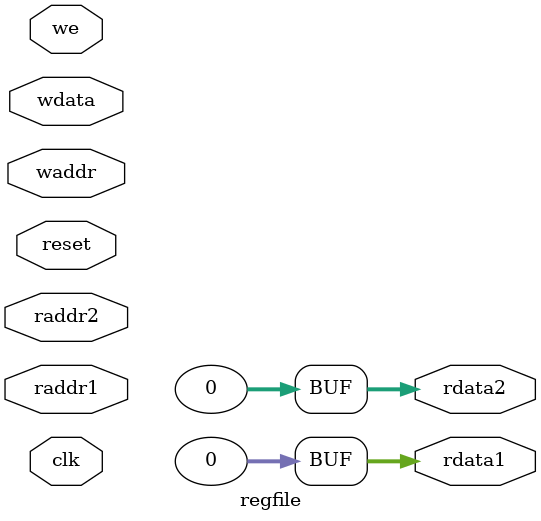
<source format=v>
`timescale 1ns/1ps

module regfile (
  input         clk,
  input         reset,
  input         we,
  input  [4:0]  waddr,
  input  [31:0] wdata,
  input  [4:0]  raddr1,
  input  [4:0]  raddr2,
  output [31:0] rdata1,
  output [31:0] rdata2
);

  // TODO(Week 2):
  // 1) Declare 32 x 32-bit register array.
  // 2) Implement write on posedge clk:
  //    - ignore writes to x0
  //    - honor reset behavior you choose (optional clear)
  // 3) Implement combinational reads.
  // 4) Force x0 read value to 32'h0.

  // Temporary placeholders so file compiles before implementation.
  assign rdata1 = 32'h0000_0000;
  assign rdata2 = 32'h0000_0000;

endmodule

</source>
